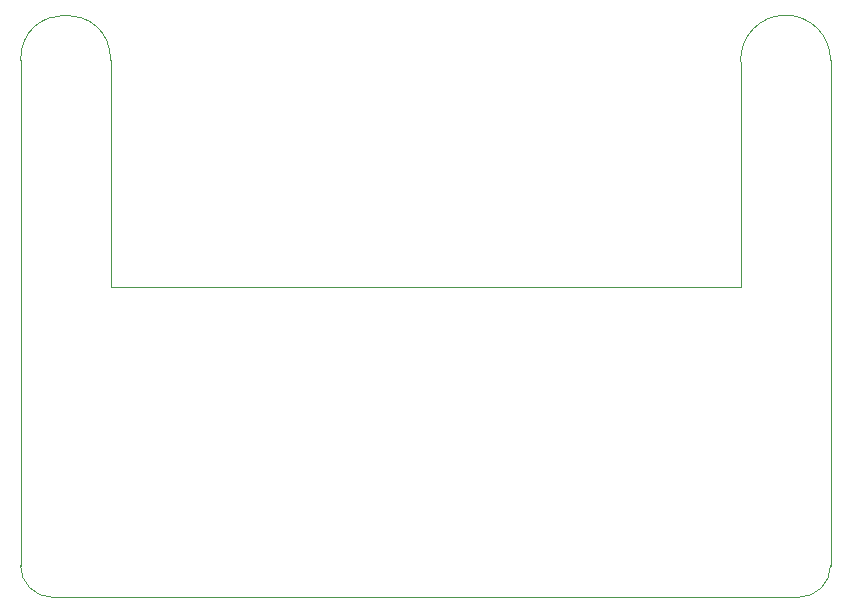
<source format=gbr>
%TF.GenerationSoftware,KiCad,Pcbnew,9.0.7*%
%TF.CreationDate,2026-02-21T16:48:54+00:00*%
%TF.ProjectId,z-axis-addon,7a2d6178-6973-42d6-9164-646f6e2e6b69,A*%
%TF.SameCoordinates,Original*%
%TF.FileFunction,Profile,NP*%
%FSLAX46Y46*%
G04 Gerber Fmt 4.6, Leading zero omitted, Abs format (unit mm)*
G04 Created by KiCad (PCBNEW 9.0.7) date 2026-02-21 16:48:54*
%MOMM*%
%LPD*%
G01*
G04 APERTURE LIST*
%TA.AperFunction,Profile*%
%ADD10C,0.050000*%
%TD*%
G04 APERTURE END LIST*
D10*
X152654000Y-136271000D02*
X152654000Y-135382000D01*
X221234000Y-136271000D02*
X221234000Y-135382000D01*
X152654000Y-93472000D02*
X152654000Y-103505000D01*
X160274000Y-103505000D02*
X160274000Y-93472000D01*
X221233999Y-93472000D02*
X221234000Y-103505000D01*
X213616116Y-103631930D02*
X213616115Y-93598930D01*
X160274000Y-112649000D02*
X160274000Y-107950000D01*
X213616115Y-112649000D02*
X160274000Y-112649000D01*
X213616115Y-107950000D02*
X213616115Y-112649000D01*
X152654000Y-135382000D02*
X152654000Y-103505000D01*
X179578000Y-138938000D02*
X155321000Y-138938000D01*
X221234000Y-135382000D02*
X221234000Y-128397000D01*
X221234000Y-136271000D02*
G75*
G02*
X218567000Y-138938000I-2667000J0D01*
G01*
X155321000Y-138938000D02*
G75*
G02*
X152654000Y-136271000I0J2667000D01*
G01*
X160274000Y-103632000D02*
X160274000Y-103505000D01*
X152654000Y-93472000D02*
G75*
G02*
X160274000Y-93472000I3810000J0D01*
G01*
X213616116Y-103631930D02*
X213616115Y-107950000D01*
X213616115Y-93598930D02*
G75*
G02*
X221234000Y-93472000I3807885J126930D01*
G01*
X221234000Y-104775000D02*
X221234000Y-103505000D01*
X199390000Y-138938000D02*
X179578000Y-138938000D01*
X221234000Y-128397000D02*
X221234000Y-104775000D01*
X160274000Y-107950000D02*
X160274000Y-103632000D01*
X218567000Y-138938000D02*
X199390000Y-138938000D01*
M02*

</source>
